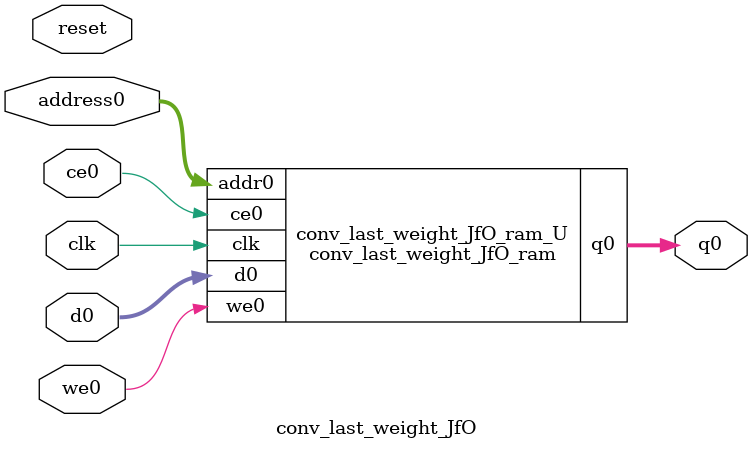
<source format=v>

`timescale 1 ns / 1 ps
module conv_last_weight_JfO_ram (addr0, ce0, d0, we0, q0,  clk);

parameter DWIDTH = 8;
parameter AWIDTH = 14;
parameter MEM_SIZE = 12288;

input[AWIDTH-1:0] addr0;
input ce0;
input[DWIDTH-1:0] d0;
input we0;
output reg[DWIDTH-1:0] q0;
input clk;

(* ram_style = "block" *)reg [DWIDTH-1:0] ram[0:MEM_SIZE-1];




always @(posedge clk)  
begin 
    if (ce0) 
    begin
        if (we0) 
        begin 
            ram[addr0] <= d0; 
            q0 <= d0;
        end 
        else 
            q0 <= ram[addr0];
    end
end


endmodule


`timescale 1 ns / 1 ps
module conv_last_weight_JfO(
    reset,
    clk,
    address0,
    ce0,
    we0,
    d0,
    q0);

parameter DataWidth = 32'd8;
parameter AddressRange = 32'd12288;
parameter AddressWidth = 32'd14;
input reset;
input clk;
input[AddressWidth - 1:0] address0;
input ce0;
input we0;
input[DataWidth - 1:0] d0;
output[DataWidth - 1:0] q0;



conv_last_weight_JfO_ram conv_last_weight_JfO_ram_U(
    .clk( clk ),
    .addr0( address0 ),
    .ce0( ce0 ),
    .d0( d0 ),
    .we0( we0 ),
    .q0( q0 ));

endmodule


</source>
